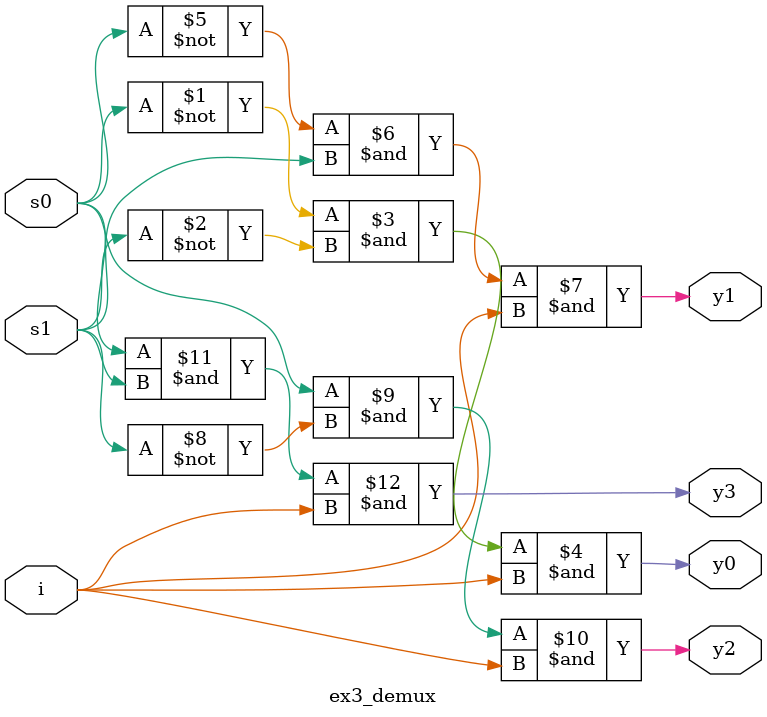
<source format=v>
module ex3_demux(input i, s0, s1, output y0, y1, y2, y3);
	assign y0 = ~s0 & ~s1 & i;
	assign y1 = ~s0 &  s1 & i;
	assign y2 =  s0 & ~s1 & i;
	assign y3 =  s0 &  s1 & i;
endmodule

</source>
